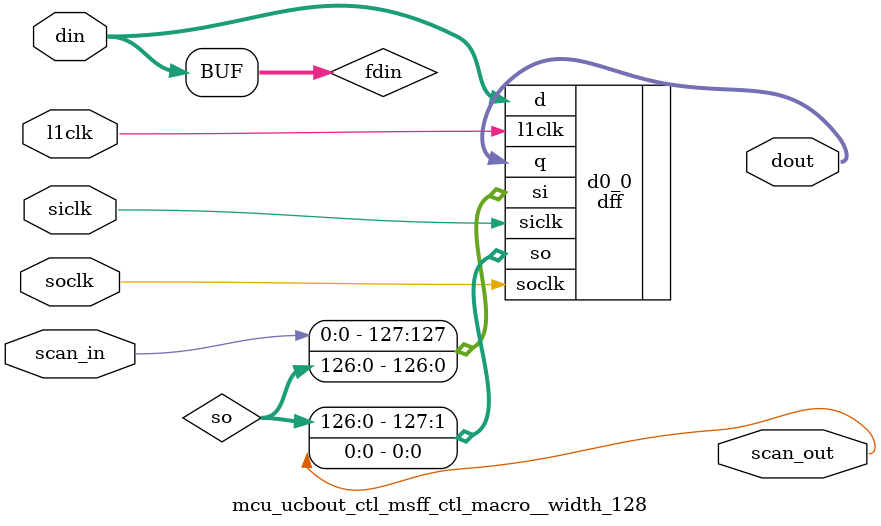
<source format=v>
module mcu_ucbout_ctl (
  l1clk, 
  scan_in, 
  scan_out, 
  tcu_aclk, 
  tcu_bclk, 
  tcu_scan_en, 
  vld, 
  data, 
  stall, 
  outdata_buf_busy, 
  outdata_buf_in, 
  outdata_vec_in, 
  outdata_buf_wr);
wire siclk;
wire soclk;
wire se;
wire stall_d1_ff_scanin;
wire stall_d1_ff_scanout;
wire outdata_vec_ff_scanin;
wire outdata_vec_ff_scanout;
wire outdata_buf_ff_scanin;
wire outdata_buf_ff_scanout;



//parameter UCB_BUS_WIDTH = 4;
//parameter REG_WIDTH = 64;            // maximum data bits that needs to
                                     // be sent.  Set to 64 or 128

// Globals
input		l1clk;		
input 		scan_in;
output		scan_out;
input 		tcu_aclk;
input		tcu_bclk;
input		tcu_scan_en;


// UCB bus interface
output 		vld;
output [3:0] 	data;
input 		stall;


// Local interface
output 		outdata_buf_busy;
input [127:0] 	outdata_buf_in;
input [31:0] 	outdata_vec_in;
input 		outdata_buf_wr;


// Local signals
wire 		stall_d1;
wire [31:0] 	outdata_vec;
wire [31:0] 	outdata_vec_next;
wire [127:0] 	outdata_buf;
wire [127:0] 	outdata_buf_next;
wire 		load_outdata;
wire 		shift_outdata;

////////////////////////////////////////////////////////////////////////
// Code starts here
////////////////////////////////////////////////////////////////////////

// Scan reassigns
assign siclk = tcu_aclk;
assign soclk = tcu_bclk;
assign se = tcu_scan_en;

/************************************************************
 * UCB bus interface flops
 ************************************************************/
assign 	 vld = outdata_vec[0];
assign 	 data = outdata_buf[3:0];

mcu_ucbout_ctl_msff_ctl_macro__width_1 stall_d1_ff  (
	.scan_in(stall_d1_ff_scanin),
	.scan_out(stall_d1_ff_scanout),
	.din(stall),
	.l1clk(l1clk),
	.dout(stall_d1),
  .siclk(siclk),
  .soclk(soclk));


/************************************************************
 * Outbound Data
 ************************************************************/
// accept new data only if there is none being processed
assign 	 load_outdata = outdata_buf_wr & ~outdata_buf_busy;

assign 	 outdata_buf_busy = outdata_vec[0] | stall_d1;

assign 	 shift_outdata = outdata_vec[0] & ~stall_d1;

assign 	 outdata_vec_next =
		 load_outdata  ? outdata_vec_in:
		 shift_outdata ? outdata_vec >> 1:    
	                         outdata_vec;

mcu_ucbout_ctl_msff_ctl_macro__width_32 outdata_vec_ff  (
	.scan_in(outdata_vec_ff_scanin),
	.scan_out(outdata_vec_ff_scanout),
	.din(outdata_vec_next),
	.l1clk(l1clk),
	.dout(outdata_vec),
  .siclk(siclk),
  .soclk(soclk));

assign 	 outdata_buf_next =
		 load_outdata  ? outdata_buf_in:
		 shift_outdata ? (outdata_buf >> 4):  
	                         outdata_buf;

mcu_ucbout_ctl_msff_ctl_macro__width_128 outdata_buf_ff  (
	.scan_in(outdata_buf_ff_scanin),
	.scan_out(outdata_buf_ff_scanout),
	.din(outdata_buf_next),
	.l1clk(l1clk),
	.dout(outdata_buf),
  .siclk(siclk),
  .soclk(soclk));


// fixscan start:
assign stall_d1_ff_scanin        = scan_in                  ;
assign outdata_vec_ff_scanin     = stall_d1_ff_scanout      ;
assign outdata_buf_ff_scanin     = outdata_vec_ff_scanout   ;
assign scan_out                  = outdata_buf_ff_scanout   ;
// fixscan end:
endmodule












// any PARAMS parms go into naming of macro

module mcu_ucbout_ctl_msff_ctl_macro__width_1 (
  din, 
  l1clk, 
  scan_in, 
  siclk, 
  soclk, 
  dout, 
  scan_out);
wire [0:0] fdin;

  input [0:0] din;
  input l1clk;
  input scan_in;


  input siclk;
  input soclk;

  output [0:0] dout;
  output scan_out;
assign fdin[0:0] = din[0:0];






dff #(1)  d0_0 (
.l1clk(l1clk),
.siclk(siclk),
.soclk(soclk),
.d(fdin[0:0]),
.si(scan_in),
.so(scan_out),
.q(dout[0:0])
);












endmodule













// any PARAMS parms go into naming of macro

module mcu_ucbout_ctl_msff_ctl_macro__width_32 (
  din, 
  l1clk, 
  scan_in, 
  siclk, 
  soclk, 
  dout, 
  scan_out);
wire [31:0] fdin;
wire [30:0] so;

  input [31:0] din;
  input l1clk;
  input scan_in;


  input siclk;
  input soclk;

  output [31:0] dout;
  output scan_out;
assign fdin[31:0] = din[31:0];






dff #(32)  d0_0 (
.l1clk(l1clk),
.siclk(siclk),
.soclk(soclk),
.d(fdin[31:0]),
.si({scan_in,so[30:0]}),
.so({so[30:0],scan_out}),
.q(dout[31:0])
);












endmodule













// any PARAMS parms go into naming of macro

module mcu_ucbout_ctl_msff_ctl_macro__width_128 (
  din, 
  l1clk, 
  scan_in, 
  siclk, 
  soclk, 
  dout, 
  scan_out);
wire [127:0] fdin;
wire [126:0] so;

  input [127:0] din;
  input l1clk;
  input scan_in;


  input siclk;
  input soclk;

  output [127:0] dout;
  output scan_out;
assign fdin[127:0] = din[127:0];






dff #(128)  d0_0 (
.l1clk(l1clk),
.siclk(siclk),
.soclk(soclk),
.d(fdin[127:0]),
.si({scan_in,so[126:0]}),
.so({so[126:0],scan_out}),
.q(dout[127:0])
);












endmodule









</source>
